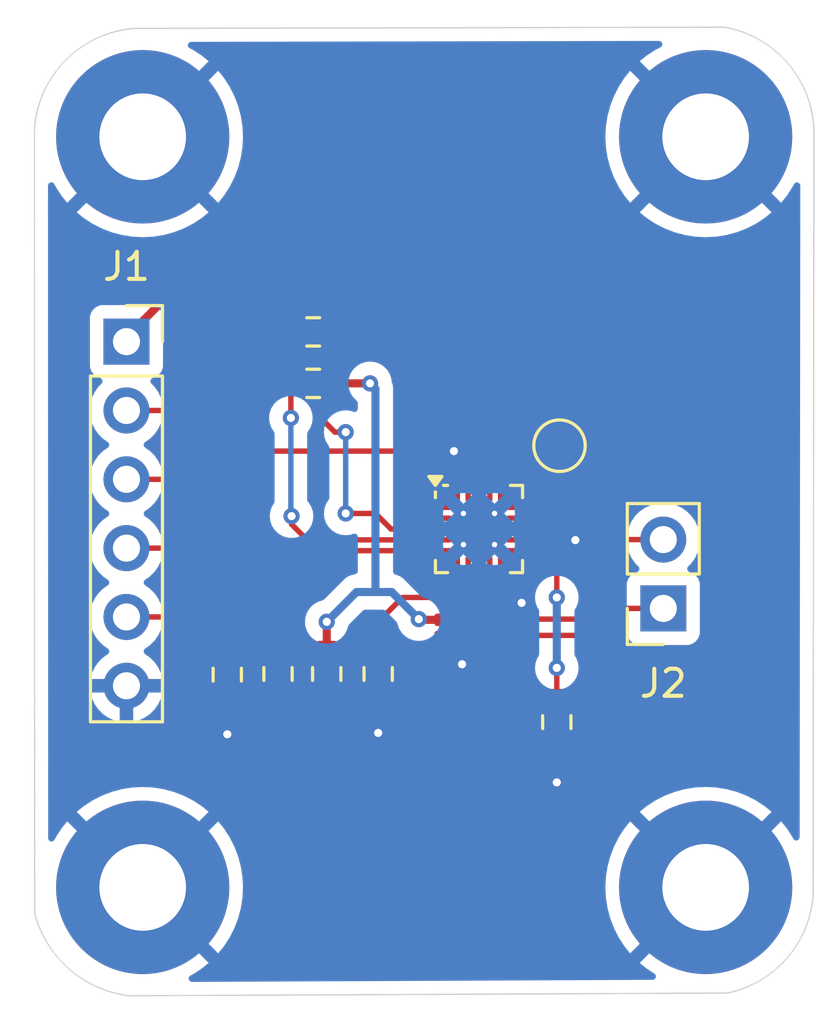
<source format=kicad_pcb>
(kicad_pcb (version 20240108) (generator "pcbnew") (generator_version "8.0")
  (layers (0 "F.Cu" signal) (31 "B.Cu" signal) (34 "B.Paste" user) (35 "F.Paste" user) (36 "B.SilkS" user "B.Silkscreen") (37 "F.SilkS" user "F.Silkscreen") (38 "B.Mask" user) (39 "F.Mask" user) (44 "Edge.Cuts" user))
  (net 0 "")
  (net 1 "GND")
  (net 2 "/ADDR-PWM")
  (net 3 "+3V3")
  (net 4 "Net-(U1-VREG)")
  (net 5 "/SDA")
  (net 6 "/MCLR")
  (net 7 "/SCL")
  (net 8 "Net-(J2-Pin_2)")
  (net 9 "Net-(J2-Pin_1)")
  (net 10 "Net-(U1-TRIG_HAPTICS{slash}AUTO_WAKE)")
  (net 11 "Net-(U1-MODE_SEL)")
  (footprint "MountingHole:MountingHole_3.2mm_M3_Pad" (layer "F.Cu") (at 100.8 83.8)
    (property "Reference" "H4")
    (property "Value" "M3.2_Pad")
    (pad "1" thru_hole circle (at 0 0) (size 6.4 6.4) (drill 3.2) (layers "*.Cu" "*.Mask") (net 1 "GND"))
  )
  (footprint "TestPoint:TestPoint_Pad_D1.5mm" (layer "F.Cu") (at 95.4 67.5)
    (property "Reference" "TP1" (hide yes))
    (property "Value" "VREG")
    (fp_circle (center 0 0) (end 0 0.95) (stroke (width 0.12)) (fill none) (layer "F.SilkS"))
    (pad "1" smd circle (at 0 0) (size 1.5 1.5) (layers "F.Cu" "F.Mask") (net 4 "Net-(U1-VREG)"))
  )
  (footprint "Resistor_SMD:R_0603_1608Metric" (layer "F.Cu") (at 83.125 75.95 -90)
    (property "Reference" "R2")
    (property "Value" "0R")
    (fp_line (start -0.237258 0.5225) (end 0.237258 0.5225) (stroke (width 0.12)) (layer "F.SilkS"))
    (fp_line (start -0.237258 -0.5225) (end 0.237258 -0.5225) (stroke (width 0.12)) (layer "F.SilkS"))
    (pad "1" smd roundrect (at -0.825 0 270) (size 0.8 0.95) (layers "F.Cu" "F.Paste" "F.Mask") (net 2 "/ADDR-PWM"))
    (pad "2" smd roundrect (at 0.825 0 270) (size 0.8 0.95) (layers "F.Cu" "F.Paste" "F.Mask") (net 1 "GND"))
  )
  (footprint "Connector_PinSocket_2.54mm:PinSocket_1x02_P2.54mm_Vertical" (layer "F.Cu") (at 99.235 73.505 180)
    (property "Reference" "J2" (at 0 -2.77 360) (layer "F.SilkS"))
    (property "Value" "Conn_01x02")
    (fp_line (start 1.33 1.27) (end 1.33 3.87) (stroke (width 0.12)) (layer "F.SilkS"))
    (fp_line (start 1.33 -1.33) (end 1.33 0) (stroke (width 0.12)) (layer "F.SilkS"))
    (fp_line (start 0 -1.33) (end 1.33 -1.33) (stroke (width 0.12)) (layer "F.SilkS"))
    (fp_line (start -1.33 3.87) (end 1.33 3.87) (stroke (width 0.12)) (layer "F.SilkS"))
    (fp_line (start -1.33 1.27) (end 1.33 1.27) (stroke (width 0.12)) (layer "F.SilkS"))
    (fp_line (start -1.33 1.27) (end -1.33 3.87) (stroke (width 0.12)) (layer "F.SilkS"))
    (pad "1" thru_hole rect (at 0 0 180) (size 1.7 1.7) (drill 1) (layers "*.Cu" "*.Mask") (net 9 "Net-(J2-Pin_1)"))
    (pad "2" thru_hole oval (at 0 2.54 180) (size 1.7 1.7) (drill 1) (layers "*.Cu" "*.Mask") (net 8 "Net-(J2-Pin_2)"))
  )
  (footprint "MountingHole:MountingHole_3.2mm_M3_Pad" (layer "F.Cu") (at 80 56.1)
    (property "Reference" "H1")
    (property "Value" "M3.2_Pad")
    (pad "1" thru_hole circle (at 0 0) (size 6.4 6.4) (drill 3.2) (layers "*.Cu" "*.Mask") (net 1 "GND"))
  )
  (footprint "Resistor_SMD:R_0603_1608Metric" (layer "F.Cu") (at 86.3 63.3 180)
    (property "Reference" "R1")
    (property "Value" "3K3")
    (fp_line (start -0.237258 0.5225) (end 0.237258 0.5225) (stroke (width 0.12)) (layer "F.SilkS"))
    (fp_line (start -0.237258 -0.5225) (end 0.237258 -0.5225) (stroke (width 0.12)) (layer "F.SilkS"))
    (pad "1" smd roundrect (at -0.825 0 180) (size 0.8 0.95) (layers "F.Cu" "F.Paste" "F.Mask") (net 3 "+3V3"))
    (pad "2" smd roundrect (at 0.825 0 180) (size 0.8 0.95) (layers "F.Cu" "F.Paste" "F.Mask") (net 5 "/SDA"))
  )
  (footprint "Resistor_SMD:R_0603_1608Metric" (layer "F.Cu") (at 86.8 75.925 -90)
    (property "Reference" "R5")
    (property "Value" "4K7")
    (fp_line (start -0.237258 0.5225) (end 0.237258 0.5225) (stroke (width 0.12)) (layer "F.SilkS"))
    (fp_line (start -0.237258 -0.5225) (end 0.237258 -0.5225) (stroke (width 0.12)) (layer "F.SilkS"))
    (pad "1" smd roundrect (at -0.825 0 270) (size 0.8 0.95) (layers "F.Cu" "F.Paste" "F.Mask") (net 3 "+3V3"))
    (pad "2" smd roundrect (at 0.825 0 270) (size 0.8 0.95) (layers "F.Cu" "F.Paste" "F.Mask") (net 10 "Net-(U1-TRIG_HAPTICS{slash}AUTO_WAKE)"))
  )
  (footprint "Resistor_SMD:R_0603_1608Metric" (layer "F.Cu") (at 95.3 77.7 -90)
    (property "Reference" "R7")
    (property "Value" "0R")
    (fp_line (start -0.237258 0.5225) (end 0.237258 0.5225) (stroke (width 0.12)) (layer "F.SilkS"))
    (fp_line (start -0.237258 -0.5225) (end 0.237258 -0.5225) (stroke (width 0.12)) (layer "F.SilkS"))
    (pad "1" smd roundrect (at -0.825 0 270) (size 0.8 0.95) (layers "F.Cu" "F.Paste" "F.Mask") (net 11 "Net-(U1-MODE_SEL)"))
    (pad "2" smd roundrect (at 0.825 0 270) (size 0.8 0.95) (layers "F.Cu" "F.Paste" "F.Mask") (net 1 "GND"))
  )
  (footprint "Resistor_SMD:R_0603_1608Metric" (layer "F.Cu") (at 85 75.925 -90)
    (property "Reference" "R4")
    (property "Value" "0R")
    (fp_line (start -0.237258 0.5225) (end 0.237258 0.5225) (stroke (width 0.12)) (layer "F.SilkS"))
    (fp_line (start -0.237258 -0.5225) (end 0.237258 -0.5225) (stroke (width 0.12)) (layer "F.SilkS"))
    (pad "1" smd roundrect (at -0.825 0 270) (size 0.8 0.95) (layers "F.Cu" "F.Paste" "F.Mask") (net 2 "/ADDR-PWM"))
    (pad "2" smd roundrect (at 0.825 0 270) (size 0.8 0.95) (layers "F.Cu" "F.Paste" "F.Mask") (net 10 "Net-(U1-TRIG_HAPTICS{slash}AUTO_WAKE)"))
  )
  (footprint "Package_DFN_QFN:QFN-20-1EP_3x3mm_P0.4mm_EP1.65x1.65mm_ThermalVias" (layer "F.Cu") (at 92.425 70.575)
    (property "Reference" "U1")
    (property "Value" "IQS390")
    (fp_line (start -1.61 -1.16) (end -1.61 -1.37) (stroke (width 0.12)) (layer "F.SilkS"))
    (fp_line (start -1.61 1.61) (end -1.61 1.16) (stroke (width 0.12)) (layer "F.SilkS"))
    (fp_line (start -1.16 -1.61) (end -1.31 -1.61) (stroke (width 0.12)) (layer "F.SilkS"))
    (fp_line (start -1.16 1.61) (end -1.61 1.61) (stroke (width 0.12)) (layer "F.SilkS"))
    (fp_line (start 1.16 -1.61) (end 1.61 -1.61) (stroke (width 0.12)) (layer "F.SilkS"))
    (fp_line (start 1.16 1.61) (end 1.61 1.61) (stroke (width 0.12)) (layer "F.SilkS"))
    (fp_line (start 1.61 -1.61) (end 1.61 -1.16) (stroke (width 0.12)) (layer "F.SilkS"))
    (fp_line (start 1.61 1.61) (end 1.61 1.16) (stroke (width 0.12)) (layer "F.SilkS"))
    (fp_poly (pts (xy -1.61 -1.61) (xy -1.85 -1.94) (xy -1.37 -1.94) (xy -1.61 -1.61)) (stroke (width 0.12)) (fill solid) (layer "F.SilkS"))
    (pad "1" smd roundrect (at -1.45 -0.8) (size 0.85 0.2) (layers "F.Cu" "F.Paste" "F.Mask"))
    (pad "2" smd roundrect (at -1.45 -0.4) (size 0.85 0.2) (layers "F.Cu" "F.Paste" "F.Mask") (net 6 "/MCLR"))
    (pad "3" smd roundrect (at -1.45 0) (size 0.85 0.2) (layers "F.Cu" "F.Paste" "F.Mask") (net 5 "/SDA"))
    (pad "4" smd roundrect (at -1.45 0.4) (size 0.85 0.2) (layers "F.Cu" "F.Paste" "F.Mask") (net 7 "/SCL"))
    (pad "5" smd roundrect (at -1.45 0.8) (size 0.85 0.2) (layers "F.Cu" "F.Paste" "F.Mask") (net 2 "/ADDR-PWM"))
    (pad "6" smd roundrect (at -0.8 1.45) (size 0.2 0.85) (layers "F.Cu" "F.Paste" "F.Mask") (net 10 "Net-(U1-TRIG_HAPTICS{slash}AUTO_WAKE)"))
    (pad "7" smd roundrect (at -0.4 1.45) (size 0.2 0.85) (layers "F.Cu" "F.Paste" "F.Mask") (net 3 "+3V3"))
    (pad "8" smd roundrect (at 0 1.45) (size 0.2 0.85) (layers "F.Cu" "F.Paste" "F.Mask") (net 9 "Net-(J2-Pin_1)"))
    (pad "9" smd roundrect (at 0.4 1.45) (size 0.2 0.85) (layers "F.Cu" "F.Paste" "F.Mask") (net 8 "Net-(J2-Pin_2)"))
    (pad "10" smd roundrect (at 0.8 1.45) (size 0.2 0.85) (layers "F.Cu" "F.Paste" "F.Mask") (net 1 "GND"))
    (pad "11" smd roundrect (at 1.45 0.8) (size 0.85 0.2) (layers "F.Cu" "F.Paste" "F.Mask") (net 11 "Net-(U1-MODE_SEL)"))
    (pad "12" smd roundrect (at 1.45 0.4) (size 0.85 0.2) (layers "F.Cu" "F.Paste" "F.Mask"))
    (pad "13" smd roundrect (at 1.45 0) (size 0.85 0.2) (layers "F.Cu" "F.Paste" "F.Mask"))
    (pad "14" smd roundrect (at 1.45 -0.4) (size 0.85 0.2) (layers "F.Cu" "F.Paste" "F.Mask") (net 4 "Net-(U1-VREG)"))
    (pad "15" smd roundrect (at 1.45 -0.8) (size 0.85 0.2) (layers "F.Cu" "F.Paste" "F.Mask"))
    (pad "16" smd roundrect (at 0.8 -1.45) (size 0.2 0.85) (layers "F.Cu" "F.Paste" "F.Mask"))
    (pad "17" smd roundrect (at 0.4 -1.45) (size 0.2 0.85) (layers "F.Cu" "F.Paste" "F.Mask"))
    (pad "18" smd roundrect (at 0 -1.45) (size 0.2 0.85) (layers "F.Cu" "F.Paste" "F.Mask"))
    (pad "19" smd roundrect (at -0.4 -1.45) (size 0.2 0.85) (layers "F.Cu" "F.Paste" "F.Mask"))
    (pad "20" smd roundrect (at -0.8 -1.45) (size 0.2 0.85) (layers "F.Cu" "F.Paste" "F.Mask"))
    (pad "21" thru_hole circle (at -0.575 -0.575) (size 0.5 0.5) (drill 0.2) (property pad_prop_heatsink) (layers "*.Cu") (net 1 "GND"))
    (pad "21" thru_hole circle (at -0.575 0.575) (size 0.5 0.5) (drill 0.2) (property pad_prop_heatsink) (layers "*.Cu") (net 1 "GND"))
    (pad "21" smd rect (at 0 0) (size 1.65 1.65) (property pad_prop_heatsink) (layers "F.Cu" "F.Mask") (net 1 "GND"))
    (pad "21" smd rect (at 0 0) (size 1.65 1.65) (property pad_prop_heatsink) (layers "B.Cu") (net 1 "GND"))
    (pad "21" thru_hole circle (at 0.575 -0.575) (size 0.5 0.5) (drill 0.2) (property pad_prop_heatsink) (layers "*.Cu") (net 1 "GND"))
    (pad "21" thru_hole circle (at 0.575 0.575) (size 0.5 0.5) (drill 0.2) (property pad_prop_heatsink) (layers "*.Cu") (net 1 "GND"))
  )
  (footprint "Connector_PinSocket_2.54mm:PinSocket_1x06_P2.54mm_Vertical" (layer "F.Cu") (at 79.4 63.66)
    (property "Reference" "J1" (at 0 -2.77 0) (layer "F.SilkS"))
    (property "Value" "Conn_01x06")
    (fp_line (start -1.33 1.27) (end -1.33 14.03) (stroke (width 0.12)) (layer "F.SilkS"))
    (fp_line (start -1.33 1.27) (end 1.33 1.27) (stroke (width 0.12)) (layer "F.SilkS"))
    (fp_line (start -1.33 14.03) (end 1.33 14.03) (stroke (width 0.12)) (layer "F.SilkS"))
    (fp_line (start 0 -1.33) (end 1.33 -1.33) (stroke (width 0.12)) (layer "F.SilkS"))
    (fp_line (start 1.33 -1.33) (end 1.33 0) (stroke (width 0.12)) (layer "F.SilkS"))
    (fp_line (start 1.33 1.27) (end 1.33 14.03) (stroke (width 0.12)) (layer "F.SilkS"))
    (pad "1" thru_hole rect (at 0 0) (size 1.7 1.7) (drill 1) (layers "*.Cu" "*.Mask") (net 3 "+3V3"))
    (pad "2" thru_hole oval (at 0 2.54) (size 1.7 1.7) (drill 1) (layers "*.Cu" "*.Mask") (net 5 "/SDA"))
    (pad "3" thru_hole oval (at 0 5.08) (size 1.7 1.7) (drill 1) (layers "*.Cu" "*.Mask") (net 7 "/SCL"))
    (pad "4" thru_hole oval (at 0 7.62) (size 1.7 1.7) (drill 1) (layers "*.Cu" "*.Mask") (net 6 "/MCLR"))
    (pad "5" thru_hole oval (at 0 10.16) (size 1.7 1.7) (drill 1) (layers "*.Cu" "*.Mask") (net 2 "/ADDR-PWM"))
    (pad "6" thru_hole oval (at 0 12.7) (size 1.7 1.7) (drill 1) (layers "*.Cu" "*.Mask") (net 1 "GND"))
  )
  (footprint "Resistor_SMD:R_0603_1608Metric" (layer "F.Cu") (at 86.3 65.2 180)
    (property "Reference" "R3")
    (property "Value" "3K3")
    (fp_line (start -0.237258 0.5225) (end 0.237258 0.5225) (stroke (width 0.12)) (layer "F.SilkS"))
    (fp_line (start -0.237258 -0.5225) (end 0.237258 -0.5225) (stroke (width 0.12)) (layer "F.SilkS"))
    (pad "1" smd roundrect (at -0.825 0 180) (size 0.8 0.95) (layers "F.Cu" "F.Paste" "F.Mask") (net 3 "+3V3"))
    (pad "2" smd roundrect (at 0.825 0 180) (size 0.8 0.95) (layers "F.Cu" "F.Paste" "F.Mask") (net 7 "/SCL"))
  )
  (footprint "Capacitor_SMD:C_0201_0603Metric" (layer "F.Cu") (at 95.72 69.25)
    (property "Reference" "C5")
    (property "Value" "4u7_16V")
    (pad "1" smd roundrect (at -0.32 0) (size 0.46 0.4) (layers "F.Cu" "F.Mask") (net 4 "Net-(U1-VREG)"))
    (pad "2" smd roundrect (at 0.32 0) (size 0.46 0.4) (layers "F.Cu" "F.Mask") (net 1 "GND"))
  )
  (footprint "Capacitor_SMD:C_0201_0603Metric" (layer "F.Cu") (at 90.975 74.245 -90)
    (property "Reference" "C3")
    (property "Value" "10u_10V")
    (pad "1" smd roundrect (at -0.32 0 270) (size 0.46 0.4) (layers "F.Cu" "F.Mask") (net 3 "+3V3"))
    (pad "2" smd roundrect (at 0.32 0 270) (size 0.46 0.4) (layers "F.Cu" "F.Mask") (net 1 "GND"))
  )
  (footprint "Capacitor_SMD:C_0201_0603Metric" (layer "F.Cu") (at 91.775 74.225 -90)
    (property "Reference" "C2")
    (property "Value" "100p")
    (pad "1" smd roundrect (at -0.32 0 270) (size 0.46 0.4) (layers "F.Cu" "F.Mask") (net 3 "+3V3"))
    (pad "2" smd roundrect (at 0.32 0 270) (size 0.46 0.4) (layers "F.Cu" "F.Mask") (net 1 "GND"))
  )
  (footprint "MountingHole:MountingHole_3.2mm_M3_Pad" (layer "F.Cu") (at 80 83.8)
    (property "Reference" "H3")
    (property "Value" "M3.2_Pad")
    (pad "1" thru_hole circle (at 0 0) (size 6.4 6.4) (drill 3.2) (layers "*.Cu" "*.Mask") (net 1 "GND"))
  )
  (footprint "Resistor_SMD:R_0603_1608Metric" (layer "F.Cu") (at 88.7 75.925 -90)
    (property "Reference" "R6")
    (property "Value" "4K7")
    (fp_line (start -0.237258 0.5225) (end 0.237258 0.5225) (stroke (width 0.12)) (layer "F.SilkS"))
    (fp_line (start -0.237258 -0.5225) (end 0.237258 -0.5225) (stroke (width 0.12)) (layer "F.SilkS"))
    (pad "1" smd roundrect (at -0.825 0 270) (size 0.8 0.95) (layers "F.Cu" "F.Paste" "F.Mask") (net 10 "Net-(U1-TRIG_HAPTICS{slash}AUTO_WAKE)"))
    (pad "2" smd roundrect (at 0.825 0 270) (size 0.8 0.95) (layers "F.Cu" "F.Paste" "F.Mask") (net 1 "GND"))
  )
  (footprint "Capacitor_SMD:C_0201_0603Metric" (layer "F.Cu") (at 95.72 70.15)
    (property "Reference" "C4")
    (property "Value" "100p")
    (pad "1" smd roundrect (at -0.32 0) (size 0.46 0.4) (layers "F.Cu" "F.Mask") (net 4 "Net-(U1-VREG)"))
    (pad "2" smd roundrect (at 0.32 0) (size 0.46 0.4) (layers "F.Cu" "F.Mask") (net 1 "GND"))
  )
  (footprint "MountingHole:MountingHole_3.2mm_M3_Pad" (layer "F.Cu") (at 100.8 56.1)
    (property "Reference" "H2")
    (property "Value" "M3.2_Pad")
    (pad "1" thru_hole circle (at 0 0) (size 6.4 6.4) (drill 3.2) (layers "*.Cu" "*.Mask") (net 1 "GND"))
  )
  (footprint "Capacitor_SMD:C_0201_0603Metric" (layer "F.Cu") (at 90.1 67.7)
    (property "Reference" "C1")
    (property "Value" "100n_25V")
    (pad "1" smd roundrect (at -0.32 0) (size 0.46 0.4) (layers "F.Cu" "F.Mask") (net 6 "/MCLR"))
    (pad "2" smd roundrect (at 0.32 0) (size 0.46 0.4) (layers "F.Cu" "F.Mask") (net 1 "GND"))
  )
  (gr_line (start 101.6 87.699999) (end 79.5 87.8) (stroke (width 0.05)) (layer "Edge.Cuts"))
  (gr_line (start 79.642425 52.1) (end 101.49601 52.055946) (stroke (width 0.05)) (layer "Edge.Cuts"))
  (gr_arc (start 104.771551 84.077085) (mid 103.795547 86.422345) (end 101.6 87.699999) (stroke (width 0.05)) (layer "Edge.Cuts"))
  (gr_arc (start 76 55.8) (mid 77.143426 53.283977) (end 79.642845 52.104698) (stroke (width 0.05)) (layer "Edge.Cuts"))
  (gr_line (start 104.8 55.8) (end 104.771551 84.077085) (stroke (width 0.05)) (layer "Edge.Cuts"))
  (gr_arc (start 79.5 87.8) (mid 77.286791 86.814241) (end 76.007145 84.756932) (stroke (width 0.05)) (layer "Edge.Cuts"))
  (gr_arc (start 101.49601 52.055946) (mid 103.802934 53.350022) (end 104.799999 55.8) (stroke (width 0.05)) (layer "Edge.Cuts"))
  (gr_line (start 76 55.8) (end 76.007145 84.756932) (stroke (width 0.05)) (layer "Edge.Cuts"))
  (segment (start 83.125 76.775) (end 83.125 78.15) (width 0.3) (layer "F.Cu") (net 1))
  (segment (start 91.775 74.545) (end 91.775 75.325) (width 0.3) (layer "F.Cu") (net 1))
  (segment (start 91.755 74.565) (end 91.775 74.545) (width 0.3) (layer "F.Cu") (net 1))
  (segment (start 96.04 70.15) (end 96.04 70.93) (width 0.3) (layer "F.Cu") (net 1))
  (segment (start 93.225 73.025) (end 93.5 73.3) (width 0.2) (layer "F.Cu") (net 1))
  (segment (start 90.42 67.7) (end 91.5 67.7) (width 0.3) (layer "F.Cu") (net 1))
  (segment (start 93.225 72.025) (end 93.225 73.025) (width 0.2) (layer "F.Cu") (net 1))
  (segment (start 91.775 75.325) (end 91.8 75.35) (width 0.3) (layer "F.Cu") (net 1))
  (segment (start 95.985 70.985) (end 96.04 70.93) (width 0.3) (layer "F.Cu") (net 1))
  (segment (start 93.5 73.3) (end 94 73.3) (width 0.2) (layer "F.Cu") (net 1))
  (segment (start 95.275 79.9) (end 95.3 79.925) (width 0.3) (layer "F.Cu") (net 1))
  (segment (start 95.275 78.625) (end 95.275 79.9) (width 0.3) (layer "F.Cu") (net 1))
  (segment (start 88.7 76.75) (end 88.7 78.1) (width 0.3) (layer "F.Cu") (net 1))
  (segment (start 96.04 70.15) (end 96.04 69.25) (width 0.3) (layer "F.Cu") (net 1))
  (segment (start 90.975 74.565) (end 91.755 74.565) (width 0.3) (layer "F.Cu") (net 1))
  (via (at 88.7 78.1) (size 0.6) (drill 0.3) (layers "F.Cu" "B.Cu") (net 1))
  (via (at 91.8 75.565) (size 0.6) (drill 0.3) (layers "F.Cu" "B.Cu") (net 1))
  (via (at 95.985 70.985) (size 0.6) (drill 0.3) (layers "F.Cu" "B.Cu") (net 1))
  (via (at 83.125 78.15) (size 0.6) (drill 0.3) (layers "F.Cu" "B.Cu") (net 1))
  (via (at 94 73.3) (size 0.6) (drill 0.3) (layers "F.Cu" "B.Cu") (net 1))
  (via (at 91.5 67.7) (size 0.6) (drill 0.3) (layers "F.Cu" "B.Cu") (net 1))
  (via (at 95.3 79.925) (size 0.6) (drill 0.3) (layers "F.Cu" "B.Cu") (net 1))
  (segment (start 90.975 71.375) (end 87.825 71.375) (width 0.2) (layer "F.Cu") (net 2))
  (segment (start 82.525 75.125) (end 81.2 73.8) (width 0.2) (layer "F.Cu") (net 2))
  (segment (start 81.18 73.82) (end 79.4 73.82) (width 0.2) (layer "F.Cu") (net 2))
  (segment (start 83.125 75.125) (end 84.975 75.125) (width 0.2) (layer "F.Cu") (net 2))
  (segment (start 87.825 71.375) (end 85 74.2) (width 0.2) (layer "F.Cu") (net 2))
  (segment (start 83.125 75.125) (end 82.525 75.125) (width 0.2) (layer "F.Cu") (net 2))
  (segment (start 84.975 75.125) (end 85 75.1) (width 0.2) (layer "F.Cu") (net 2))
  (segment (start 81.2 73.8) (end 81.18 73.82) (width 0.2) (layer "F.Cu") (net 2))
  (segment (start 85 74.2) (end 85 75.1) (width 0.2) (layer "F.Cu") (net 2))
  (segment (start 92.025 72.775) (end 91.775 73.025) (width 0.2) (layer "F.Cu") (net 3))
  (segment (start 87.125 62.725) (end 87.125 63.3) (width 0.3) (layer "F.Cu") (net 3))
  (segment (start 82.1 60.8) (end 85.2 60.8) (width 0.3) (layer "F.Cu") (net 3))
  (segment (start 90.975 73.925) (end 91.755 73.925) (width 0.3) (layer "F.Cu") (net 3))
  (segment (start 91.775 73.025) (end 91.775 73.74) (width 0.2) (layer "F.Cu") (net 3))
  (segment (start 90.225 73.925) (end 90.2 73.9) (width 0.3) (layer "F.Cu") (net 3))
  (segment (start 79.4 63.5) (end 82.1 60.8) (width 0.3) (layer "F.Cu") (net 3))
  (segment (start 90.975 73.925) (end 90.225 73.925) (width 0.3) (layer "F.Cu") (net 3))
  (segment (start 92.025 72.025) (end 92.025 72.775) (width 0.2) (layer "F.Cu") (net 3))
  (segment (start 87.125 63.3) (end 87.125 65.2) (width 0.3) (layer "F.Cu") (net 3))
  (segment (start 91.755 73.925) (end 91.775 73.905) (width 0.3) (layer "F.Cu") (net 3))
  (segment (start 79.4 63.66) (end 79.4 63.5) (width 0.3) (layer "F.Cu") (net 3))
  (segment (start 86.8 75.1) (end 86.8 74) (width 0.3) (layer "F.Cu") (net 3))
  (segment (start 87.125 65.2) (end 88.4 65.2) (width 0.3) (layer "F.Cu") (net 3))
  (segment (start 85.2 60.8) (end 87.125 62.725) (width 0.3) (layer "F.Cu") (net 3))
  (via (at 90.2 73.9) (size 0.6) (drill 0.3) (layers "F.Cu" "B.Cu") (net 3))
  (via (at 86.8 74) (size 0.6) (drill 0.3) (layers "F.Cu" "B.Cu") (net 3))
  (via (at 88.4 65.2) (size 0.6) (drill 0.3) (layers "F.Cu" "B.Cu") (net 3))
  (segment (start 88.4 65.2) (end 88.6 65.4) (width 0.3) (layer "B.Cu") (net 3))
  (segment (start 88.6 65.4) (end 88.6 72.9) (width 0.3) (layer "B.Cu") (net 3))
  (segment (start 88.6 72.9) (end 89.2 72.9) (width 0.3) (layer "B.Cu") (net 3))
  (segment (start 86.8 74) (end 87.9 72.9) (width 0.3) (layer "B.Cu") (net 3))
  (segment (start 89.2 72.9) (end 90.2 73.9) (width 0.3) (layer "B.Cu") (net 3))
  (segment (start 87.9 72.9) (end 88.6 72.9) (width 0.3) (layer "B.Cu") (net 3))
  (segment (start 95.4 69.25) (end 95.4 67.5) (width 0.3) (layer "F.Cu") (net 4))
  (segment (start 95.4 70.15) (end 95.4 69.25) (width 0.3) (layer "F.Cu") (net 4))
  (segment (start 95.375 70.175) (end 95.4 70.15) (width 0.2) (layer "F.Cu") (net 4))
  (segment (start 93.875 70.175) (end 95.375 70.175) (width 0.2) (layer "F.Cu") (net 4))
  (segment (start 87.1 67) (end 87.5 67) (width 0.2) (layer "F.Cu") (net 5))
  (segment (start 86.1 64.3) (end 86.425 64.625) (width 0.2) (layer "F.Cu") (net 5))
  (segment (start 85.375 63.3) (end 85.375 63.575) (width 0.2) (layer "F.Cu") (net 5))
  (segment (start 89.175 70.575) (end 88.7 70.1) (width 0.2) (layer "F.Cu") (net 5))
  (segment (start 90.975 70.575) (end 89.175 70.575) (width 0.2) (layer "F.Cu") (net 5))
  (segment (start 79.4 66.2) (end 81.7 66.2) (width 0.2) (layer "F.Cu") (net 5))
  (segment (start 83.2 63.3) (end 85.475 63.3) (width 0.2) (layer "F.Cu") (net 5))
  (segment (start 86.425 64.625) (end 86.425 66.325) (width 0.2) (layer "F.Cu") (net 5))
  (segment (start 82 65.9) (end 82 64.5) (width 0.2) (layer "F.Cu") (net 5))
  (segment (start 81.7 66.2) (end 82 65.9) (width 0.2) (layer "F.Cu") (net 5))
  (segment (start 85.475 63.3) (end 85.475 63.475) (width 0.2) (layer "F.Cu") (net 5))
  (segment (start 82 64.5) (end 83.2 63.3) (width 0.2) (layer "F.Cu") (net 5))
  (segment (start 88.6 70) (end 87.5 70) (width 0.2) (layer "F.Cu") (net 5))
  (segment (start 86.425 66.325) (end 86.9 66.8) (width 0.2) (layer "F.Cu") (net 5))
  (segment (start 85.475 63.3) (end 85.475 63.675) (width 0.2) (layer "F.Cu") (net 5))
  (segment (start 85.475 63.675) (end 86.1 64.3) (width 0.2) (layer "F.Cu") (net 5))
  (segment (start 88.7 70.1) (end 88.6 70) (width 0.2) (layer "F.Cu") (net 5))
  (segment (start 86.9 66.8) (end 87.1 67) (width 0.2) (layer "F.Cu") (net 5))
  (via (at 87.5 67) (size 0.6) (drill 0.3) (layers "F.Cu" "B.Cu") (net 5))
  (via (at 87.5 70) (size 0.6) (drill 0.3) (layers "F.Cu" "B.Cu") (net 5))
  (segment (start 87.5 67) (end 87.5 70) (width 0.2) (layer "B.Cu") (net 5))
  (segment (start 89.78 69.50136) (end 89.78 67.7) (width 0.2) (layer "F.Cu") (net 6))
  (segment (start 83.1 67.7) (end 89.78 67.7) (width 0.2) (layer "F.Cu") (net 6))
  (segment (start 81.62 71.28) (end 82.3 70.6) (width 0.2) (layer "F.Cu") (net 6))
  (segment (start 90.975 70.175) (end 90.45364 70.175) (width 0.2) (layer "F.Cu") (net 6))
  (segment (start 82.3 68.5) (end 83.1 67.7) (width 0.2) (layer "F.Cu") (net 6))
  (segment (start 90.45364 70.175) (end 89.78 69.50136) (width 0.2) (layer "F.Cu") (net 6))
  (segment (start 79.4 71.28) (end 81.62 71.28) (width 0.2) (layer "F.Cu") (net 6))
  (segment (start 82.3 70.6) (end 82.3 68.5) (width 0.2) (layer "F.Cu") (net 6))
  (segment (start 85.475 65.2) (end 85.475 66.475) (width 0.2) (layer "F.Cu") (net 7))
  (segment (start 85.5 66.5) (end 85.475 66.475) (width 0.2) (layer "F.Cu") (net 7))
  (segment (start 83.6 65.2) (end 85.475 65.2) (width 0.2) (layer "F.Cu") (net 7))
  (segment (start 82.5 67.3) (end 82.5 66.3) (width 0.2) (layer "F.Cu") (net 7))
  (segment (start 85.6 70.5) (end 85.5 70.4) (width 0.2) (layer "F.Cu") (net 7))
  (segment (start 79.4 68.74) (end 81.06 68.74) (width 0.2) (layer "F.Cu") (net 7))
  (segment (start 81.06 68.74) (end 82.5 67.3) (width 0.2) (layer "F.Cu") (net 7))
  (segment (start 86.075 70.975) (end 85.6 70.5) (width 0.2) (layer "F.Cu") (net 7))
  (segment (start 82.5 66.3) (end 83.6 65.2) (width 0.2) (layer "F.Cu") (net 7))
  (segment (start 85.5 70.4) (end 85.5 70.1) (width 0.2) (layer "F.Cu") (net 7))
  (segment (start 90.975 70.975) (end 86.075 70.975) (width 0.2) (layer "F.Cu") (net 7))
  (via (at 85.5 70.1) (size 0.6) (drill 0.3) (layers "F.Cu" "B.Cu") (net 7))
  (via (at 85.475 66.475) (size 0.6) (drill 0.3) (layers "F.Cu" "B.Cu") (net 7))
  (segment (start 85.475 66.475) (end 85.475 70.075) (width 0.2) (layer "B.Cu") (net 7))
  (segment (start 85.475 70.075) (end 85.5 70.1) (width 0.2) (layer "B.Cu") (net 7))
  (segment (start 96.3 73.9) (end 97.3 72.9) (width 0.2) (layer "F.Cu") (net 8))
  (segment (start 92.825 72.025) (end 92.825 73.525) (width 0.2) (layer "F.Cu") (net 8))
  (segment (start 92.825 73.525) (end 93.2 73.9) (width 0.2) (layer "F.Cu") (net 8))
  (segment (start 97.3 72.9) (end 97.3 71.5) (width 0.2) (layer "F.Cu") (net 8))
  (segment (start 97.835 70.965) (end 99.235 70.965) (width 0.2) (layer "F.Cu") (net 8))
  (segment (start 97.3 71.5) (end 97.835 70.965) (width 0.2) (layer "F.Cu") (net 8))
  (segment (start 93.2 73.9) (end 96.3 73.9) (width 0.2) (layer "F.Cu") (net 8))
  (segment (start 96.5 74.5) (end 97.495 73.505) (width 0.2) (layer "F.Cu") (net 9))
  (segment (start 92.425 72.025) (end 92.425 73.925) (width 0.2) (layer "F.Cu") (net 9))
  (segment (start 92.425 73.925) (end 93 74.5) (width 0.2) (layer "F.Cu") (net 9))
  (segment (start 93 74.5) (end 96.5 74.5) (width 0.2) (layer "F.Cu") (net 9))
  (segment (start 97.495 73.505) (end 99.235 73.505) (width 0.2) (layer "F.Cu") (net 9))
  (segment (start 91.625 72.375) (end 91.6 72.4) (width 0.2) (layer "F.Cu") (net 10))
  (segment (start 88.7 74) (end 88.7 75.1) (width 0.2) (layer "F.Cu") (net 10))
  (segment (start 91.625 72.025) (end 91.625 72.375) (width 0.2) (layer "F.Cu") (net 10))
  (segment (start 85 76.75) (end 86.8 76.75) (width 0.2) (layer "F.Cu") (net 10))
  (segment (start 91.1 73.1) (end 89.6 73.1) (width 0.2) (layer "F.Cu") (net 10))
  (segment (start 87.05 76.75) (end 86.8 76.75) (width 0.2) (layer "F.Cu") (net 10))
  (segment (start 88.7 75.1) (end 87.05 76.75) (width 0.2) (layer "F.Cu") (net 10))
  (segment (start 91.625 72.575) (end 91.1 73.1) (width 0.2) (layer "F.Cu") (net 10))
  (segment (start 91.625 72.025) (end 91.625 72.575) (width 0.2) (layer "F.Cu") (net 10))
  (segment (start 89.6 73.1) (end 88.7 74) (width 0.2) (layer "F.Cu") (net 10))
  (segment (start 95.3 76.875) (end 95.3 75.7) (width 0.2) (layer "F.Cu") (net 11))
  (segment (start 94.875 71.375) (end 93.875 71.375) (width 0.2) (layer "F.Cu") (net 11))
  (segment (start 95.3 71.8) (end 94.875 71.375) (width 0.2) (layer "F.Cu") (net 11))
  (segment (start 95.3 73.1) (end 95.3 71.8) (width 0.2) (layer "F.Cu") (net 11))
  (via (at 95.3 73.1) (size 0.6) (drill 0.3) (layers "F.Cu" "B.Cu") (net 11))
  (via (at 95.3 75.7) (size 0.6) (drill 0.3) (layers "F.Cu" "B.Cu") (net 11))
  (segment (start 95.3 75.7) (end 95.3 73.1) (width 0.3) (layer "B.Cu") (net 11))
  (zone (net 1) (net_name "GND") (layer "B.Cu") (connect_pads (clearance 0.5)) (min_thickness 0.25) (fill yes (thermal_gap 0.5) (thermal_bridge_width 0.5))
    (polygon (pts (xy 76 51.9) (xy 104.9 51.8) (xy 104.9 88.1) (xy 76.3 88.2) (xy 75.9 51.6)))
  )
)
</source>
